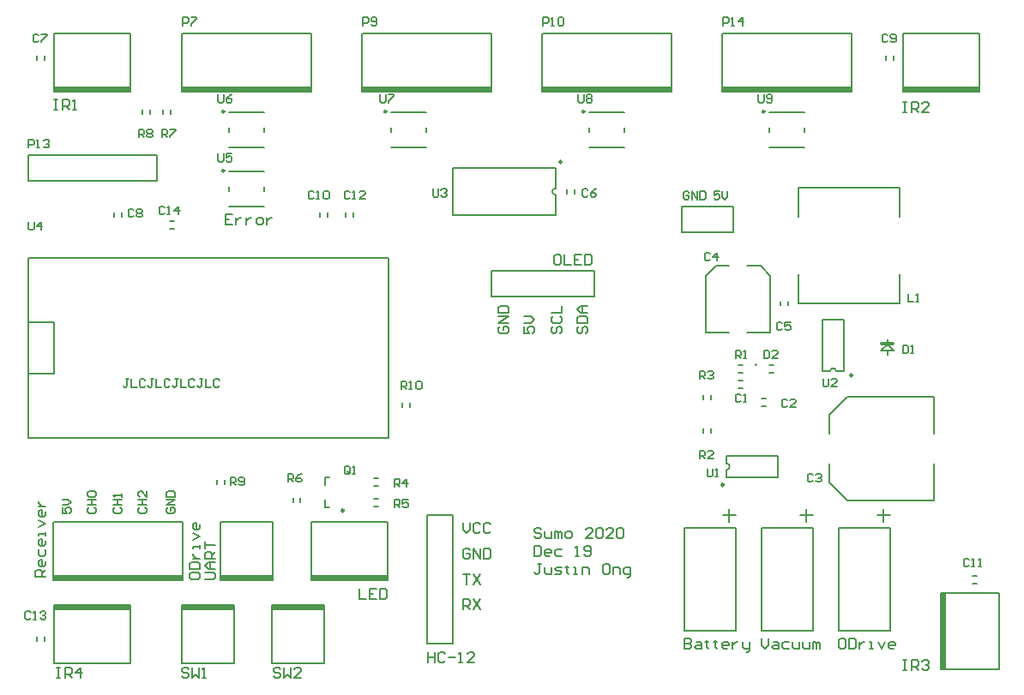
<source format=gto>
G04*
G04 #@! TF.GenerationSoftware,Altium Limited,Altium Designer,18.0.7 (293)*
G04*
G04 Layer_Color=65535*
%FSLAX25Y25*%
%MOIN*%
G70*
G01*
G75*
%ADD10C,0.01000*%
%ADD11C,0.00787*%
%ADD12C,0.00984*%
%ADD13C,0.00598*%
%ADD14C,0.00600*%
%ADD15C,0.01181*%
%ADD16R,0.50079X0.02236*%
%ADD17R,0.20079X0.02236*%
%ADD18R,0.29921X0.02236*%
%ADD19R,0.02236X0.29921*%
D10*
X275500Y77031D02*
G03*
X275500Y77031I-500J0D01*
G01*
X212500Y202579D02*
G03*
X212500Y202579I-500J0D01*
G01*
X287938Y123653D02*
G03*
X287938Y123653I-139J0D01*
G01*
X325500Y119579D02*
G03*
X325500Y119579I-500J0D01*
G01*
X291339Y222165D02*
G03*
X291339Y222165I-394J0D01*
G01*
X221339D02*
G03*
X221339Y222165I-394J0D01*
G01*
X144339D02*
G03*
X144339Y222165I-394J0D01*
G01*
X81339D02*
G03*
X81339Y222165I-394J0D01*
G01*
Y199165D02*
G03*
X81339Y199165I-394J0D01*
G01*
D11*
X276500Y82805D02*
G03*
X276500Y85305I0J1250D01*
G01*
X210000Y192329D02*
G03*
X210000Y189829I0J-1250D01*
G01*
X319226Y121079D02*
G03*
X316726Y121079I-1250J0D01*
G01*
X11378Y16244D02*
Y17819D01*
X8622Y16244D02*
Y17819D01*
X160000Y15079D02*
X170000D01*
X160000D02*
Y65079D01*
X170000Y15079D02*
Y65079D01*
X160000D02*
X170000D01*
X60213Y179457D02*
X61787D01*
X60213Y176701D02*
X61787D01*
X81378Y77339D02*
Y78913D01*
X78622Y77339D02*
Y78913D01*
X150622Y107291D02*
Y108866D01*
X153378Y107291D02*
Y108866D01*
X60378Y221291D02*
Y222866D01*
X57622Y221291D02*
Y222866D01*
X52378Y221291D02*
Y222866D01*
X49622Y221291D02*
Y222866D01*
X131378Y181291D02*
Y182866D01*
X128622Y181291D02*
Y182866D01*
X121378Y181291D02*
Y182866D01*
X118622Y181291D02*
Y182866D01*
X276500Y79764D02*
X296500D01*
Y88346D01*
X276500D02*
X296500D01*
X276500Y85305D02*
Y88346D01*
Y79764D02*
Y82805D01*
X341378Y242291D02*
Y243866D01*
X338622Y242291D02*
Y243866D01*
X120644Y76835D02*
Y79984D01*
X122219D01*
X120644Y68173D02*
Y71323D01*
Y68173D02*
X122219D01*
X108022Y70339D02*
Y71913D01*
X110778Y70339D02*
Y71913D01*
X139565Y68701D02*
X141140D01*
X139565Y71457D02*
X141140D01*
X139565Y76701D02*
X141140D01*
X139565Y79457D02*
X141140D01*
X210000Y192329D02*
Y200390D01*
Y181768D02*
Y189829D01*
X170000Y181768D02*
X210000D01*
X170000D02*
Y200390D01*
X210000D01*
X214622Y190291D02*
Y191866D01*
X217378Y190291D02*
Y191866D01*
X38622Y181244D02*
Y182819D01*
X41378Y181244D02*
Y182819D01*
X8622Y242291D02*
Y243866D01*
X11378Y242291D02*
Y243866D01*
X372213Y41457D02*
X373787D01*
X372213Y38701D02*
X373787D01*
X259000Y175079D02*
X279000D01*
Y185079D01*
X259000D02*
X279000D01*
X259000Y175079D02*
Y185079D01*
X281213Y123457D02*
X282787D01*
X281213Y120701D02*
X282787D01*
X293213Y120701D02*
X294787D01*
X293213Y123457D02*
X294787D01*
X300378Y146791D02*
Y148366D01*
X297622Y146791D02*
Y148366D01*
X322268Y121079D02*
Y141079D01*
X313685D02*
X322268D01*
X313685Y121079D02*
Y141079D01*
Y121079D02*
X316726D01*
X319226D02*
X322268D01*
X267622Y97291D02*
Y98866D01*
X270378Y97291D02*
Y98866D01*
X270378Y110291D02*
Y111866D01*
X267622Y110291D02*
Y111866D01*
X290213Y110457D02*
X291787D01*
X290213Y107701D02*
X291787D01*
X281213Y114701D02*
X282787D01*
X281213Y117457D02*
X282787D01*
X185000Y150079D02*
Y160079D01*
X225000D01*
X185000Y150079D02*
X225000D01*
Y160079D01*
X5000Y195079D02*
Y205079D01*
X55000D01*
X5000Y195079D02*
X55000D01*
Y205079D01*
D12*
X127829Y66992D02*
G03*
X127829Y66992I-492J0D01*
G01*
D13*
X14921Y39843D02*
Y62677D01*
X65000Y39843D02*
Y62677D01*
X99961Y7480D02*
Y30315D01*
X120039Y7480D02*
Y30315D01*
X316528Y96984D02*
Y104268D01*
X115039Y39843D02*
Y62677D01*
X144961Y39843D02*
Y62677D01*
X15039Y7480D02*
Y30315D01*
X44961Y7480D02*
Y30315D01*
X359764Y5118D02*
X382598D01*
X359764Y35039D02*
X382598D01*
X374961Y229842D02*
Y252677D01*
X345039Y229842D02*
Y252677D01*
X44961Y229842D02*
Y252677D01*
X15039Y229842D02*
Y252677D01*
X304614Y181102D02*
Y192717D01*
X343984D01*
X304614Y147441D02*
X343984D01*
Y181102D02*
Y192717D01*
X304614Y147441D02*
Y159055D01*
X343984Y147441D02*
Y159055D01*
X5000Y140079D02*
X15000D01*
Y120079D02*
Y140079D01*
X5000Y120079D02*
X15000D01*
X5000Y95079D02*
X145000D01*
Y165079D01*
X5000D02*
X145000D01*
X5000Y95079D02*
Y165079D01*
X64961Y7480D02*
Y30315D01*
X85039Y7480D02*
Y30315D01*
X115000Y229842D02*
Y252677D01*
X64921Y229842D02*
Y252677D01*
X100039Y39843D02*
Y62677D01*
X79961Y39843D02*
Y62677D01*
X185000Y229842D02*
Y252677D01*
X134921Y229842D02*
Y252677D01*
X255000Y229842D02*
Y252677D01*
X204921Y229842D02*
Y252677D01*
X325000Y229842D02*
Y252677D01*
X274921Y229842D02*
Y252677D01*
X293110Y214291D02*
Y215866D01*
X306890Y214291D02*
Y215866D01*
X293790Y221969D02*
X294000D01*
X293110Y208189D02*
X306890D01*
X293110Y221969D02*
X306890D01*
X223110Y214291D02*
Y215866D01*
X236890Y214291D02*
Y215866D01*
X223790Y221969D02*
X224000D01*
X223110Y208189D02*
X236890D01*
X223110Y221969D02*
X236890D01*
X146110Y214291D02*
Y215866D01*
X159890Y214291D02*
Y215866D01*
X146790Y221969D02*
X147000D01*
X146110Y208189D02*
X159890D01*
X146110Y221969D02*
X159890D01*
X83110Y214291D02*
Y215866D01*
X96890Y214291D02*
Y215866D01*
X83790Y221969D02*
X84000D01*
X83110Y208189D02*
X96890D01*
X83110Y221969D02*
X96890D01*
X83110Y191291D02*
Y192866D01*
X96890Y191291D02*
Y192866D01*
X83790Y198969D02*
X84000D01*
X83110Y185189D02*
X96890D01*
X83110Y198969D02*
X96890D01*
X44133Y118200D02*
X43067D01*
X43600D01*
Y115533D01*
X43067Y115000D01*
X42533D01*
X42000Y115533D01*
X45200Y118200D02*
Y115000D01*
X47333D01*
X50533Y117666D02*
X49999Y118200D01*
X48933D01*
X48399Y117666D01*
Y115533D01*
X48933Y115000D01*
X49999D01*
X50533Y115533D01*
X53732Y118200D02*
X52666D01*
X53199D01*
Y115533D01*
X52666Y115000D01*
X52133D01*
X51599Y115533D01*
X54799Y118200D02*
Y115000D01*
X56932D01*
X60132Y117666D02*
X59599Y118200D01*
X58532D01*
X57999Y117666D01*
Y115533D01*
X58532Y115000D01*
X59599D01*
X60132Y115533D01*
X63332Y118200D02*
X62265D01*
X62798D01*
Y115533D01*
X62265Y115000D01*
X61732D01*
X61199Y115533D01*
X64398Y118200D02*
Y115000D01*
X66531D01*
X69731Y117666D02*
X69198Y118200D01*
X68131D01*
X67598Y117666D01*
Y115533D01*
X68131Y115000D01*
X69198D01*
X69731Y115533D01*
X72931Y118200D02*
X71864D01*
X72398D01*
Y115533D01*
X71864Y115000D01*
X71331D01*
X70798Y115533D01*
X73998Y118200D02*
Y115000D01*
X76131D01*
X79330Y117666D02*
X78797Y118200D01*
X77731D01*
X77197Y117666D01*
Y115533D01*
X77731Y115000D01*
X78797D01*
X79330Y115533D01*
D14*
X15000Y39843D02*
X65000D01*
X15000Y62677D02*
X65000D01*
X99961Y30315D02*
X120039D01*
X99961Y7480D02*
X120039D01*
X340000Y20079D02*
Y60079D01*
X320000Y20079D02*
X340000D01*
X320000D02*
Y60079D01*
X340000D01*
X337500Y65079D02*
X340000D01*
X335000D02*
X337500D01*
Y62579D02*
Y67579D01*
X316528Y104268D02*
X323614Y111354D01*
X357079D01*
Y96984D02*
Y111354D01*
X357079Y70803D02*
Y85173D01*
X323614Y70803D02*
X357079D01*
X316528Y77890D02*
X323614Y70803D01*
X316528Y77890D02*
Y85173D01*
X115039Y62677D02*
X144961D01*
X115039Y39843D02*
X144961D01*
X15039Y30315D02*
X44961D01*
X15039Y7480D02*
X44961D01*
X359764Y5118D02*
Y35039D01*
X382598Y5118D02*
Y35039D01*
X345039Y229842D02*
X374961D01*
X345039Y252677D02*
X374961D01*
X15039Y229842D02*
X44961D01*
X15039Y252677D02*
X44961D01*
X268598Y136138D02*
X277457D01*
X284543D02*
X293402D01*
Y158382D01*
X289661Y162122D02*
X293402Y158382D01*
X284543Y162122D02*
X289661D01*
X268598Y136138D02*
Y158382D01*
X272339Y162122D01*
X277457D01*
X339000Y131957D02*
Y133531D01*
Y127626D02*
Y129201D01*
X336638D02*
X339000D01*
X341362D01*
X336638D02*
X339394Y131957D01*
X339000Y131563D02*
X341362Y129201D01*
X277500Y62579D02*
Y67579D01*
X275000Y65079D02*
X277500D01*
X280000D01*
X260000Y60079D02*
X280000D01*
X260000Y20079D02*
Y60079D01*
Y20079D02*
X280000D01*
Y60079D01*
X307500Y62579D02*
Y67579D01*
X305000Y65079D02*
X307500D01*
X310000D01*
X290000Y60079D02*
X310000D01*
X290000Y20079D02*
Y60079D01*
Y20079D02*
X310000D01*
Y60079D01*
X64961Y30315D02*
X85039D01*
X64961Y7480D02*
X85039D01*
X65000Y252677D02*
X115000D01*
X65000Y229842D02*
X115000D01*
X79961Y39843D02*
X100039D01*
X79961Y62677D02*
X100039D01*
X135000Y252677D02*
X185000D01*
X135000Y229842D02*
X185000D01*
X205000Y252677D02*
X255000D01*
X205000Y229842D02*
X255000D01*
X275000Y252677D02*
X325000D01*
X275000Y229842D02*
X325000D01*
X15000Y226999D02*
X16333D01*
X15666D01*
Y223000D01*
X15000D01*
X16333D01*
X18332D02*
Y226999D01*
X20332D01*
X20998Y226332D01*
Y224999D01*
X20332Y224333D01*
X18332D01*
X19665D02*
X20998Y223000D01*
X22331D02*
X23664D01*
X22997D01*
Y226999D01*
X22331Y226332D01*
X345000Y225999D02*
X346333D01*
X345666D01*
Y222000D01*
X345000D01*
X346333D01*
X348332D02*
Y225999D01*
X350332D01*
X350998Y225332D01*
Y223999D01*
X350332Y223333D01*
X348332D01*
X349665D02*
X350998Y222000D01*
X354997D02*
X352331D01*
X354997Y224666D01*
Y225332D01*
X354330Y225999D01*
X352997D01*
X352331Y225332D01*
X345000Y8999D02*
X346333D01*
X345666D01*
Y5000D01*
X345000D01*
X346333D01*
X348332D02*
Y8999D01*
X350332D01*
X350998Y8332D01*
Y6999D01*
X350332Y6333D01*
X348332D01*
X349665D02*
X350998Y5000D01*
X352331Y8332D02*
X352997Y8999D01*
X354330D01*
X354997Y8332D01*
Y7666D01*
X354330Y6999D01*
X353664D01*
X354330D01*
X354997Y6333D01*
Y5666D01*
X354330Y5000D01*
X352997D01*
X352331Y5666D01*
X204437Y46321D02*
X203105D01*
X203771D01*
Y42989D01*
X203105Y42323D01*
X202438D01*
X201772Y42989D01*
X205770Y44989D02*
Y42989D01*
X206437Y42323D01*
X208436D01*
Y44989D01*
X209769Y42323D02*
X211768D01*
X212435Y42989D01*
X211768Y43656D01*
X210436D01*
X209769Y44322D01*
X210436Y44989D01*
X212435D01*
X214434Y45655D02*
Y44989D01*
X213768D01*
X215101D01*
X214434D01*
Y42989D01*
X215101Y42323D01*
X217100D02*
X218433D01*
X217766D01*
Y44989D01*
X217100D01*
X220432Y42323D02*
Y44989D01*
X222432D01*
X223098Y44322D01*
Y42323D01*
X230429Y46321D02*
X229096D01*
X228430Y45655D01*
Y42989D01*
X229096Y42323D01*
X230429D01*
X231096Y42989D01*
Y45655D01*
X230429Y46321D01*
X232428Y42323D02*
Y44989D01*
X234428D01*
X235094Y44322D01*
Y42323D01*
X237760Y40990D02*
X238426D01*
X239093Y41656D01*
Y44989D01*
X237094D01*
X236427Y44322D01*
Y42989D01*
X237094Y42323D01*
X239093D01*
X201772Y53211D02*
Y49213D01*
X203771D01*
X204437Y49879D01*
Y52545D01*
X203771Y53211D01*
X201772D01*
X207770Y49213D02*
X206437D01*
X205770Y49879D01*
Y51212D01*
X206437Y51878D01*
X207770D01*
X208436Y51212D01*
Y50546D01*
X205770D01*
X212435Y51878D02*
X210436D01*
X209769Y51212D01*
Y49879D01*
X210436Y49213D01*
X212435D01*
X217766D02*
X219099D01*
X218433D01*
Y53211D01*
X217766Y52545D01*
X221099Y49879D02*
X221765Y49213D01*
X223098D01*
X223765Y49879D01*
Y52545D01*
X223098Y53211D01*
X221765D01*
X221099Y52545D01*
Y51878D01*
X221765Y51212D01*
X223765D01*
X204437Y59435D02*
X203771Y60101D01*
X202438D01*
X201772Y59435D01*
Y58768D01*
X202438Y58102D01*
X203771D01*
X204437Y57435D01*
Y56769D01*
X203771Y56102D01*
X202438D01*
X201772Y56769D01*
X205770Y58768D02*
Y56769D01*
X206437Y56102D01*
X208436D01*
Y58768D01*
X209769Y56102D02*
Y58768D01*
X210436D01*
X211102Y58102D01*
Y56102D01*
Y58102D01*
X211768Y58768D01*
X212435Y58102D01*
Y56102D01*
X214434D02*
X215767D01*
X216434Y56769D01*
Y58102D01*
X215767Y58768D01*
X214434D01*
X213768Y58102D01*
Y56769D01*
X214434Y56102D01*
X224431D02*
X221765D01*
X224431Y58768D01*
Y59435D01*
X223765Y60101D01*
X222432D01*
X221765Y59435D01*
X225764D02*
X226430Y60101D01*
X227763D01*
X228430Y59435D01*
Y56769D01*
X227763Y56102D01*
X226430D01*
X225764Y56769D01*
Y59435D01*
X232428Y56102D02*
X229763D01*
X232428Y58768D01*
Y59435D01*
X231762Y60101D01*
X230429D01*
X229763Y59435D01*
X233761D02*
X234428Y60101D01*
X235761D01*
X236427Y59435D01*
Y56769D01*
X235761Y56102D01*
X234428D01*
X233761Y56769D01*
Y59435D01*
X84359Y182148D02*
X81693D01*
Y178150D01*
X84359D01*
X81693Y180149D02*
X83026D01*
X85692Y180815D02*
Y178150D01*
Y179482D01*
X86358Y180149D01*
X87024Y180815D01*
X87691D01*
X89690D02*
Y178150D01*
Y179482D01*
X90357Y180149D01*
X91023Y180815D01*
X91690D01*
X94355Y178150D02*
X95688D01*
X96355Y178816D01*
Y180149D01*
X95688Y180815D01*
X94355D01*
X93689Y180149D01*
Y178816D01*
X94355Y178150D01*
X97688Y180815D02*
Y178150D01*
Y179482D01*
X98354Y180149D01*
X99021Y180815D01*
X99687D01*
X211645Y166400D02*
X210312D01*
X209646Y165734D01*
Y163068D01*
X210312Y162402D01*
X211645D01*
X212312Y163068D01*
Y165734D01*
X211645Y166400D01*
X213644D02*
Y162402D01*
X216310D01*
X220309Y166400D02*
X217643D01*
Y162402D01*
X220309D01*
X217643Y164401D02*
X218976D01*
X221642Y166400D02*
Y162402D01*
X223641D01*
X224308Y163068D01*
Y165734D01*
X223641Y166400D01*
X221642D01*
X219109Y138493D02*
X218442Y137826D01*
Y136493D01*
X219109Y135827D01*
X219775D01*
X220442Y136493D01*
Y137826D01*
X221108Y138493D01*
X221775D01*
X222441Y137826D01*
Y136493D01*
X221775Y135827D01*
X218442Y139825D02*
X222441D01*
Y141825D01*
X221775Y142491D01*
X219109D01*
X218442Y141825D01*
Y139825D01*
X222441Y143824D02*
X219775D01*
X218442Y145157D01*
X219775Y146490D01*
X222441D01*
X220442D01*
Y143824D01*
X209266Y138493D02*
X208600Y137826D01*
Y136493D01*
X209266Y135827D01*
X209933D01*
X210599Y136493D01*
Y137826D01*
X211265Y138493D01*
X211932D01*
X212598Y137826D01*
Y136493D01*
X211932Y135827D01*
X209266Y142491D02*
X208600Y141825D01*
Y140492D01*
X209266Y139825D01*
X211932D01*
X212598Y140492D01*
Y141825D01*
X211932Y142491D01*
X208600Y143824D02*
X212598D01*
Y146490D01*
X197773Y138493D02*
Y135827D01*
X199772D01*
X199106Y137160D01*
Y137826D01*
X199772Y138493D01*
X201105D01*
X201772Y137826D01*
Y136493D01*
X201105Y135827D01*
X197773Y139825D02*
X200439D01*
X201772Y141158D01*
X200439Y142491D01*
X197773D01*
X188597Y138493D02*
X187930Y137826D01*
Y136493D01*
X188597Y135827D01*
X191263D01*
X191929Y136493D01*
Y137826D01*
X191263Y138493D01*
X189930D01*
Y137160D01*
X191929Y139825D02*
X187930D01*
X191929Y142491D01*
X187930D01*
Y143824D02*
X191929D01*
Y145824D01*
X191263Y146490D01*
X188597D01*
X187930Y145824D01*
Y143824D01*
X174213Y28543D02*
Y32542D01*
X176212D01*
X176878Y31876D01*
Y30543D01*
X176212Y29876D01*
X174213D01*
X175546D02*
X176878Y28543D01*
X178211Y32542D02*
X180877Y28543D01*
Y32542D02*
X178211Y28543D01*
X174213Y42384D02*
X176878D01*
X175546D01*
Y38386D01*
X178211Y42384D02*
X180877Y38386D01*
Y42384D02*
X178211Y38386D01*
X176878Y51561D02*
X176212Y52227D01*
X174879D01*
X174213Y51561D01*
Y48895D01*
X174879Y48228D01*
X176212D01*
X176878Y48895D01*
Y50228D01*
X175546D01*
X178211Y48228D02*
Y52227D01*
X180877Y48228D01*
Y52227D01*
X182210D02*
Y48228D01*
X184209D01*
X184876Y48895D01*
Y51561D01*
X184209Y52227D01*
X182210D01*
X174213Y62070D02*
Y59404D01*
X175546Y58071D01*
X176878Y59404D01*
Y62070D01*
X180877Y61403D02*
X180211Y62070D01*
X178878D01*
X178211Y61403D01*
Y58737D01*
X178878Y58071D01*
X180211D01*
X180877Y58737D01*
X184876Y61403D02*
X184209Y62070D01*
X182877D01*
X182210Y61403D01*
Y58737D01*
X182877Y58071D01*
X184209D01*
X184876Y58737D01*
X160433Y11873D02*
Y7874D01*
Y9873D01*
X163099D01*
Y11873D01*
Y7874D01*
X167098Y11206D02*
X166431Y11873D01*
X165098D01*
X164432Y11206D01*
Y8540D01*
X165098Y7874D01*
X166431D01*
X167098Y8540D01*
X168430Y9873D02*
X171096D01*
X172429Y7874D02*
X173762D01*
X173096D01*
Y11873D01*
X172429Y11206D01*
X178427Y7874D02*
X175761D01*
X178427Y10540D01*
Y11206D01*
X177761Y11873D01*
X176428D01*
X175761Y11206D01*
X133858Y36479D02*
Y32480D01*
X136524D01*
X140523Y36479D02*
X137857D01*
Y32480D01*
X140523D01*
X137857Y34480D02*
X139190D01*
X141856Y36479D02*
Y32480D01*
X143855D01*
X144521Y33147D01*
Y35813D01*
X143855Y36479D01*
X141856D01*
X73757Y40354D02*
X77090D01*
X77756Y41021D01*
Y42354D01*
X77090Y43020D01*
X73757D01*
X77756Y44353D02*
X75090D01*
X73757Y45686D01*
X75090Y47019D01*
X77756D01*
X75757D01*
Y44353D01*
X77756Y48352D02*
X73757D01*
Y50351D01*
X74424Y51017D01*
X75757D01*
X76423Y50351D01*
Y48352D01*
Y49685D02*
X77756Y51017D01*
X73757Y52350D02*
Y55016D01*
Y53683D01*
X77756D01*
X67852Y42354D02*
Y41021D01*
X68518Y40354D01*
X71184D01*
X71850Y41021D01*
Y42354D01*
X71184Y43020D01*
X68518D01*
X67852Y42354D01*
Y44353D02*
X71850D01*
Y46352D01*
X71184Y47019D01*
X68518D01*
X67852Y46352D01*
Y44353D01*
X69185Y48352D02*
X71850D01*
X70517D01*
X69851Y49018D01*
X69185Y49685D01*
Y50351D01*
X71850Y52350D02*
Y53683D01*
Y53017D01*
X69185D01*
Y52350D01*
Y55683D02*
X71850Y57016D01*
X69185Y58349D01*
X71850Y61681D02*
Y60348D01*
X71184Y59681D01*
X69851D01*
X69185Y60348D01*
Y61681D01*
X69851Y62347D01*
X70517D01*
Y59681D01*
X103059Y5301D02*
X102393Y5967D01*
X101060D01*
X100394Y5301D01*
Y4634D01*
X101060Y3968D01*
X102393D01*
X103059Y3301D01*
Y2635D01*
X102393Y1969D01*
X101060D01*
X100394Y2635D01*
X104392Y5967D02*
Y1969D01*
X105725Y3301D01*
X107058Y1969D01*
Y5967D01*
X111057Y1969D02*
X108391D01*
X111057Y4634D01*
Y5301D01*
X110390Y5967D01*
X109058D01*
X108391Y5301D01*
X67626D02*
X66960Y5967D01*
X65627D01*
X64961Y5301D01*
Y4634D01*
X65627Y3968D01*
X66960D01*
X67626Y3301D01*
Y2635D01*
X66960Y1969D01*
X65627D01*
X64961Y2635D01*
X68959Y5967D02*
Y1969D01*
X70292Y3301D01*
X71625Y1969D01*
Y5967D01*
X72958Y1969D02*
X74291D01*
X73624D01*
Y5967D01*
X72958Y5301D01*
X16000Y5999D02*
X17333D01*
X16667D01*
Y2000D01*
X16000D01*
X17333D01*
X19332D02*
Y5999D01*
X21332D01*
X21998Y5332D01*
Y3999D01*
X21332Y3333D01*
X19332D01*
X20665D02*
X21998Y2000D01*
X25330D02*
Y5999D01*
X23331Y3999D01*
X25997D01*
X11811Y41339D02*
X7812D01*
Y43338D01*
X8479Y44004D01*
X9812D01*
X10478Y43338D01*
Y41339D01*
Y42671D02*
X11811Y44004D01*
Y47337D02*
Y46004D01*
X11145Y45337D01*
X9812D01*
X9145Y46004D01*
Y47337D01*
X9812Y48003D01*
X10478D01*
Y45337D01*
X9145Y52002D02*
Y50002D01*
X9812Y49336D01*
X11145D01*
X11811Y50002D01*
Y52002D01*
Y55334D02*
Y54001D01*
X11145Y53335D01*
X9812D01*
X9145Y54001D01*
Y55334D01*
X9812Y56001D01*
X10478D01*
Y53335D01*
X11811Y57333D02*
Y58666D01*
Y58000D01*
X9145D01*
Y57333D01*
Y60666D02*
X11811Y61999D01*
X9145Y63332D01*
X11811Y66664D02*
Y65331D01*
X11145Y64664D01*
X9812D01*
X9145Y65331D01*
Y66664D01*
X9812Y67330D01*
X10478D01*
Y64664D01*
X9145Y68663D02*
X11811D01*
X10478D01*
X9812Y69330D01*
X9145Y69996D01*
Y70662D01*
X18455Y68077D02*
Y65945D01*
X20054D01*
X19521Y67011D01*
Y67544D01*
X20054Y68077D01*
X21120D01*
X21654Y67544D01*
Y66478D01*
X21120Y65945D01*
X18455Y69144D02*
X20587D01*
X21654Y70210D01*
X20587Y71276D01*
X18455D01*
X28830Y68077D02*
X28297Y67544D01*
Y66478D01*
X28830Y65945D01*
X30963D01*
X31496Y66478D01*
Y67544D01*
X30963Y68077D01*
X28297Y69144D02*
X31496D01*
X29897D01*
Y71276D01*
X28297D01*
X31496D01*
X28830Y72343D02*
X28297Y72876D01*
Y73942D01*
X28830Y74476D01*
X30963D01*
X31496Y73942D01*
Y72876D01*
X30963Y72343D01*
X28830D01*
X38673Y68077D02*
X38140Y67544D01*
Y66478D01*
X38673Y65945D01*
X40805D01*
X41339Y66478D01*
Y67544D01*
X40805Y68077D01*
X38140Y69144D02*
X41339D01*
X39739D01*
Y71276D01*
X38140D01*
X41339D01*
Y72343D02*
Y73409D01*
Y72876D01*
X38140D01*
X38673Y72343D01*
X48515Y68077D02*
X47982Y67544D01*
Y66478D01*
X48515Y65945D01*
X50648D01*
X51181Y66478D01*
Y67544D01*
X50648Y68077D01*
X47982Y69144D02*
X51181D01*
X49582D01*
Y71276D01*
X47982D01*
X51181D01*
Y74476D02*
Y72343D01*
X49049Y74476D01*
X48515D01*
X47982Y73942D01*
Y72876D01*
X48515Y72343D01*
X59342Y68077D02*
X58809Y67544D01*
Y66478D01*
X59342Y65945D01*
X61475D01*
X62008Y66478D01*
Y67544D01*
X61475Y68077D01*
X60408D01*
Y67011D01*
X62008Y69144D02*
X58809D01*
X62008Y71276D01*
X58809D01*
Y72343D02*
X62008D01*
Y73942D01*
X61475Y74476D01*
X59342D01*
X58809Y73942D01*
Y72343D01*
X261975Y190658D02*
X261442Y191191D01*
X260376D01*
X259842Y190658D01*
Y188525D01*
X260376Y187992D01*
X261442D01*
X261975Y188525D01*
Y189592D01*
X260909D01*
X263041Y187992D02*
Y191191D01*
X265174Y187992D01*
Y191191D01*
X266241D02*
Y187992D01*
X267840D01*
X268373Y188525D01*
Y190658D01*
X267840Y191191D01*
X266241D01*
X273786D02*
X271654D01*
Y189592D01*
X272720Y190125D01*
X273253D01*
X273786Y189592D01*
Y188525D01*
X273253Y187992D01*
X272187D01*
X271654Y188525D01*
X274852Y191191D02*
Y189058D01*
X275919Y187992D01*
X276985Y189058D01*
Y191191D01*
X83661Y76772D02*
Y79971D01*
X85261D01*
X85794Y79438D01*
Y78371D01*
X85261Y77838D01*
X83661D01*
X84728D02*
X85794Y76772D01*
X86860Y77305D02*
X87394Y76772D01*
X88460D01*
X88993Y77305D01*
Y79438D01*
X88460Y79971D01*
X87394D01*
X86860Y79438D01*
Y78904D01*
X87394Y78371D01*
X88993D01*
X150000Y114079D02*
Y117278D01*
X151600D01*
X152133Y116744D01*
Y115678D01*
X151600Y115145D01*
X150000D01*
X151066D02*
X152133Y114079D01*
X153199D02*
X154265D01*
X153732D01*
Y117278D01*
X153199Y116744D01*
X155865D02*
X156398Y117278D01*
X157464D01*
X157997Y116744D01*
Y114612D01*
X157464Y114079D01*
X156398D01*
X155865Y114612D01*
Y116744D01*
X46133Y183745D02*
X45599Y184278D01*
X44533D01*
X44000Y183745D01*
Y181612D01*
X44533Y181079D01*
X45599D01*
X46133Y181612D01*
X47199Y183745D02*
X47732Y184278D01*
X48798D01*
X49332Y183745D01*
Y183211D01*
X48798Y182678D01*
X49332Y182145D01*
Y181612D01*
X48798Y181079D01*
X47732D01*
X47199Y181612D01*
Y182145D01*
X47732Y182678D01*
X47199Y183211D01*
Y183745D01*
X47732Y182678D02*
X48798D01*
X116133Y190744D02*
X115600Y191278D01*
X114533D01*
X114000Y190744D01*
Y188612D01*
X114533Y188079D01*
X115600D01*
X116133Y188612D01*
X117199Y188079D02*
X118265D01*
X117732D01*
Y191278D01*
X117199Y190744D01*
X119865D02*
X120398Y191278D01*
X121464D01*
X121997Y190744D01*
Y188612D01*
X121464Y188079D01*
X120398D01*
X119865Y188612D01*
Y190744D01*
X339133Y251745D02*
X338599Y252278D01*
X337533D01*
X337000Y251745D01*
Y249612D01*
X337533Y249079D01*
X338599D01*
X339133Y249612D01*
X340199D02*
X340732Y249079D01*
X341798D01*
X342332Y249612D01*
Y251745D01*
X341798Y252278D01*
X340732D01*
X340199Y251745D01*
Y251211D01*
X340732Y250678D01*
X342332D01*
X130133Y190744D02*
X129599Y191278D01*
X128533D01*
X128000Y190744D01*
Y188612D01*
X128533Y188079D01*
X129599D01*
X130133Y188612D01*
X131199Y188079D02*
X132265D01*
X131732D01*
Y191278D01*
X131199Y190744D01*
X135997Y188079D02*
X133865D01*
X135997Y190211D01*
Y190744D01*
X135464Y191278D01*
X134398D01*
X133865Y190744D01*
X9133Y251745D02*
X8600Y252278D01*
X7533D01*
X7000Y251745D01*
Y249612D01*
X7533Y249079D01*
X8600D01*
X9133Y249612D01*
X10199Y252278D02*
X12332D01*
Y251745D01*
X10199Y249612D01*
Y249079D01*
X6070Y27272D02*
X5536Y27805D01*
X4470D01*
X3937Y27272D01*
Y25139D01*
X4470Y24606D01*
X5536D01*
X6070Y25139D01*
X7136Y24606D02*
X8202D01*
X7669D01*
Y27805D01*
X7136Y27272D01*
X9802D02*
X10335Y27805D01*
X11401D01*
X11934Y27272D01*
Y26739D01*
X11401Y26206D01*
X10868D01*
X11401D01*
X11934Y25673D01*
Y25139D01*
X11401Y24606D01*
X10335D01*
X9802Y25139D01*
X370833Y47745D02*
X370300Y48278D01*
X369233D01*
X368700Y47745D01*
Y45612D01*
X369233Y45079D01*
X370300D01*
X370833Y45612D01*
X371899Y45079D02*
X372965D01*
X372432D01*
Y48278D01*
X371899Y47745D01*
X374565Y45079D02*
X375631D01*
X375098D01*
Y48278D01*
X374565Y47745D01*
X58133Y184745D02*
X57600Y185278D01*
X56533D01*
X56000Y184745D01*
Y182612D01*
X56533Y182079D01*
X57600D01*
X58133Y182612D01*
X59199Y182079D02*
X60265D01*
X59732D01*
Y185278D01*
X59199Y184745D01*
X63464Y182079D02*
Y185278D01*
X61865Y183678D01*
X63997D01*
X310133Y80744D02*
X309599Y81278D01*
X308533D01*
X308000Y80744D01*
Y78612D01*
X308533Y78079D01*
X309599D01*
X310133Y78612D01*
X311199Y80744D02*
X311732Y81278D01*
X312799D01*
X313332Y80744D01*
Y80211D01*
X312799Y79678D01*
X312265D01*
X312799D01*
X313332Y79145D01*
Y78612D01*
X312799Y78079D01*
X311732D01*
X311199Y78612D01*
X269000Y83278D02*
Y80612D01*
X269533Y80079D01*
X270600D01*
X271133Y80612D01*
Y83278D01*
X272199Y80079D02*
X273265D01*
X272732D01*
Y83278D01*
X272199Y82744D01*
X5300Y179278D02*
Y176612D01*
X5833Y176079D01*
X6899D01*
X7433Y176612D01*
Y179278D01*
X10098Y176079D02*
Y179278D01*
X8499Y177678D01*
X10632D01*
X162402Y192175D02*
Y189509D01*
X162935Y188976D01*
X164001D01*
X164534Y189509D01*
Y192175D01*
X165601Y191642D02*
X166134Y192175D01*
X167200D01*
X167733Y191642D01*
Y191109D01*
X167200Y190576D01*
X166667D01*
X167200D01*
X167733Y190043D01*
Y189509D01*
X167200Y188976D01*
X166134D01*
X165601Y189509D01*
X288900Y228878D02*
Y226212D01*
X289433Y225679D01*
X290499D01*
X291033Y226212D01*
Y228878D01*
X292099Y226212D02*
X292632Y225679D01*
X293699D01*
X294232Y226212D01*
Y228344D01*
X293699Y228878D01*
X292632D01*
X292099Y228344D01*
Y227811D01*
X292632Y227278D01*
X294232D01*
X218900Y228878D02*
Y226212D01*
X219433Y225679D01*
X220499D01*
X221033Y226212D01*
Y228878D01*
X222099Y228344D02*
X222632Y228878D01*
X223698D01*
X224232Y228344D01*
Y227811D01*
X223698Y227278D01*
X224232Y226745D01*
Y226212D01*
X223698Y225679D01*
X222632D01*
X222099Y226212D01*
Y226745D01*
X222632Y227278D01*
X222099Y227811D01*
Y228344D01*
X222632Y227278D02*
X223698D01*
X141900Y228878D02*
Y226212D01*
X142433Y225679D01*
X143500D01*
X144033Y226212D01*
Y228878D01*
X145099D02*
X147232D01*
Y228344D01*
X145099Y226212D01*
Y225679D01*
X78900Y228878D02*
Y226212D01*
X79433Y225679D01*
X80500D01*
X81033Y226212D01*
Y228878D01*
X84232D02*
X83165Y228344D01*
X82099Y227278D01*
Y226212D01*
X82632Y225679D01*
X83698D01*
X84232Y226212D01*
Y226745D01*
X83698Y227278D01*
X82099D01*
X78900Y205878D02*
Y203212D01*
X79433Y202679D01*
X80500D01*
X81033Y203212D01*
Y205878D01*
X84232D02*
X82099D01*
Y204278D01*
X83165Y204811D01*
X83698D01*
X84232Y204278D01*
Y203212D01*
X83698Y202679D01*
X82632D01*
X82099Y203212D01*
X314000Y118278D02*
Y115612D01*
X314533Y115079D01*
X315599D01*
X316133Y115612D01*
Y118278D01*
X319332Y115079D02*
X317199D01*
X319332Y117211D01*
Y117745D01*
X318798Y118278D01*
X317732D01*
X317199Y117745D01*
X48000Y212079D02*
Y215278D01*
X49599D01*
X50133Y214744D01*
Y213678D01*
X49599Y213145D01*
X48000D01*
X49066D02*
X50133Y212079D01*
X51199Y214744D02*
X51732Y215278D01*
X52798D01*
X53332Y214744D01*
Y214211D01*
X52798Y213678D01*
X53332Y213145D01*
Y212612D01*
X52798Y212079D01*
X51732D01*
X51199Y212612D01*
Y213145D01*
X51732Y213678D01*
X51199Y214211D01*
Y214744D01*
X51732Y213678D02*
X52798D01*
X57000Y212079D02*
Y215278D01*
X58600D01*
X59133Y214744D01*
Y213678D01*
X58600Y213145D01*
X57000D01*
X58066D02*
X59133Y212079D01*
X60199Y215278D02*
X62332D01*
Y214744D01*
X60199Y212612D01*
Y212079D01*
X106000Y78079D02*
Y81278D01*
X107599D01*
X108133Y80744D01*
Y79678D01*
X107599Y79145D01*
X106000D01*
X107066D02*
X108133Y78079D01*
X111332Y81278D02*
X110265Y80744D01*
X109199Y79678D01*
Y78612D01*
X109732Y78079D01*
X110799D01*
X111332Y78612D01*
Y79145D01*
X110799Y79678D01*
X109199D01*
X147400Y68079D02*
Y71278D01*
X149000D01*
X149533Y70745D01*
Y69678D01*
X149000Y69145D01*
X147400D01*
X148466D02*
X149533Y68079D01*
X152732Y71278D02*
X150599D01*
Y69678D01*
X151665Y70211D01*
X152198D01*
X152732Y69678D01*
Y68612D01*
X152198Y68079D01*
X151132D01*
X150599Y68612D01*
X147400Y76079D02*
Y79278D01*
X149000D01*
X149533Y78745D01*
Y77678D01*
X149000Y77145D01*
X147400D01*
X148466D02*
X149533Y76079D01*
X152198D02*
Y79278D01*
X150599Y77678D01*
X152732D01*
X266000Y118079D02*
Y121278D01*
X267600D01*
X268133Y120745D01*
Y119678D01*
X267600Y119145D01*
X266000D01*
X267066D02*
X268133Y118079D01*
X269199Y120745D02*
X269732Y121278D01*
X270798D01*
X271332Y120745D01*
Y120211D01*
X270798Y119678D01*
X270265D01*
X270798D01*
X271332Y119145D01*
Y118612D01*
X270798Y118079D01*
X269732D01*
X269199Y118612D01*
X266000Y87079D02*
Y90278D01*
X267600D01*
X268133Y89745D01*
Y88678D01*
X267600Y88145D01*
X266000D01*
X267066D02*
X268133Y87079D01*
X271332D02*
X269199D01*
X271332Y89211D01*
Y89745D01*
X270798Y90278D01*
X269732D01*
X269199Y89745D01*
X280000Y126079D02*
Y129278D01*
X281599D01*
X282133Y128744D01*
Y127678D01*
X281599Y127145D01*
X280000D01*
X281066D02*
X282133Y126079D01*
X283199D02*
X284265D01*
X283732D01*
Y129278D01*
X283199Y128744D01*
X130133Y81612D02*
Y83745D01*
X129599Y84278D01*
X128533D01*
X128000Y83745D01*
Y81612D01*
X128533Y81079D01*
X129599D01*
X129066Y82145D02*
X130133Y81079D01*
X129599D02*
X130133Y81612D01*
X131199Y81079D02*
X132265D01*
X131732D01*
Y84278D01*
X131199Y83745D01*
X275200Y255579D02*
Y258778D01*
X276800D01*
X277333Y258244D01*
Y257178D01*
X276800Y256645D01*
X275200D01*
X278399Y255579D02*
X279465D01*
X278932D01*
Y258778D01*
X278399Y258244D01*
X282664Y255579D02*
Y258778D01*
X281065Y257178D01*
X283197D01*
X5200Y208079D02*
Y211278D01*
X6799D01*
X7333Y210745D01*
Y209678D01*
X6799Y209145D01*
X5200D01*
X8399Y208079D02*
X9465D01*
X8932D01*
Y211278D01*
X8399Y210745D01*
X11065D02*
X11598Y211278D01*
X12664D01*
X13197Y210745D01*
Y210211D01*
X12664Y209678D01*
X12131D01*
X12664D01*
X13197Y209145D01*
Y208612D01*
X12664Y208079D01*
X11598D01*
X11065Y208612D01*
X205200Y255579D02*
Y258778D01*
X206800D01*
X207333Y258244D01*
Y257178D01*
X206800Y256645D01*
X205200D01*
X208399Y255579D02*
X209465D01*
X208932D01*
Y258778D01*
X208399Y258244D01*
X211065D02*
X211598Y258778D01*
X212664D01*
X213197Y258244D01*
Y256112D01*
X212664Y255579D01*
X211598D01*
X211065Y256112D01*
Y258244D01*
X135200Y255579D02*
Y258778D01*
X136800D01*
X137333Y258244D01*
Y257178D01*
X136800Y256645D01*
X135200D01*
X138399Y256112D02*
X138932Y255579D01*
X139998D01*
X140532Y256112D01*
Y258244D01*
X139998Y258778D01*
X138932D01*
X138399Y258244D01*
Y257711D01*
X138932Y257178D01*
X140532D01*
X65200Y255579D02*
Y258778D01*
X66799D01*
X67333Y258244D01*
Y257178D01*
X66799Y256645D01*
X65200D01*
X68399Y258778D02*
X70532D01*
Y258244D01*
X68399Y256112D01*
Y255579D01*
X290300Y17177D02*
Y14512D01*
X291633Y13179D01*
X292966Y14512D01*
Y17177D01*
X294965Y15845D02*
X296298D01*
X296965Y15178D01*
Y13179D01*
X294965D01*
X294299Y13845D01*
X294965Y14512D01*
X296965D01*
X300963Y15845D02*
X298964D01*
X298297Y15178D01*
Y13845D01*
X298964Y13179D01*
X300963D01*
X302296Y15845D02*
Y13845D01*
X302963Y13179D01*
X304962D01*
Y15845D01*
X306295D02*
Y13845D01*
X306961Y13179D01*
X308961D01*
Y15845D01*
X310294Y13179D02*
Y15845D01*
X310960D01*
X311627Y15178D01*
Y13179D01*
Y15178D01*
X312293Y15845D01*
X312959Y15178D01*
Y13179D01*
X322299Y17177D02*
X320966D01*
X320300Y16511D01*
Y13845D01*
X320966Y13179D01*
X322299D01*
X322966Y13845D01*
Y16511D01*
X322299Y17177D01*
X324299D02*
Y13179D01*
X326298D01*
X326964Y13845D01*
Y16511D01*
X326298Y17177D01*
X324299D01*
X328297Y15845D02*
Y13179D01*
Y14512D01*
X328964Y15178D01*
X329630Y15845D01*
X330297D01*
X332296Y13179D02*
X333629D01*
X332963D01*
Y15845D01*
X332296D01*
X335628D02*
X336961Y13179D01*
X338294Y15845D01*
X341627Y13179D02*
X340294D01*
X339627Y13845D01*
Y15178D01*
X340294Y15845D01*
X341627D01*
X342293Y15178D01*
Y14512D01*
X339627D01*
X260300Y17177D02*
Y13179D01*
X262299D01*
X262966Y13845D01*
Y14512D01*
X262299Y15178D01*
X260300D01*
X262299D01*
X262966Y15845D01*
Y16511D01*
X262299Y17177D01*
X260300D01*
X264965Y15845D02*
X266298D01*
X266965Y15178D01*
Y13179D01*
X264965D01*
X264299Y13845D01*
X264965Y14512D01*
X266965D01*
X268964Y16511D02*
Y15845D01*
X268297D01*
X269630D01*
X268964D01*
Y13845D01*
X269630Y13179D01*
X272296Y16511D02*
Y15845D01*
X271630D01*
X272963D01*
X272296D01*
Y13845D01*
X272963Y13179D01*
X276961D02*
X275628D01*
X274962Y13845D01*
Y15178D01*
X275628Y15845D01*
X276961D01*
X277628Y15178D01*
Y14512D01*
X274962D01*
X278961Y15845D02*
Y13179D01*
Y14512D01*
X279627Y15178D01*
X280294Y15845D01*
X280960D01*
X282959D02*
Y13845D01*
X283626Y13179D01*
X285625D01*
Y12512D01*
X284959Y11846D01*
X284292D01*
X285625Y13179D02*
Y15845D01*
X347000Y151278D02*
Y148079D01*
X349133D01*
X350199D02*
X351265D01*
X350732D01*
Y151278D01*
X350199Y150744D01*
X291000Y129278D02*
Y126079D01*
X292600D01*
X293133Y126612D01*
Y128744D01*
X292600Y129278D01*
X291000D01*
X296332Y126079D02*
X294199D01*
X296332Y128211D01*
Y128744D01*
X295798Y129278D01*
X294732D01*
X294199Y128744D01*
X345000Y131278D02*
Y128079D01*
X346600D01*
X347133Y128612D01*
Y130745D01*
X346600Y131278D01*
X345000D01*
X348199Y128079D02*
X349265D01*
X348732D01*
Y131278D01*
X348199Y130745D01*
X222605Y191642D02*
X222072Y192175D01*
X221006D01*
X220472Y191642D01*
Y189509D01*
X221006Y188976D01*
X222072D01*
X222605Y189509D01*
X225804Y192175D02*
X224738Y191642D01*
X223671Y190576D01*
Y189509D01*
X224205Y188976D01*
X225271D01*
X225804Y189509D01*
Y190043D01*
X225271Y190576D01*
X223671D01*
X298133Y139744D02*
X297600Y140278D01*
X296533D01*
X296000Y139744D01*
Y137612D01*
X296533Y137079D01*
X297600D01*
X298133Y137612D01*
X301332Y140278D02*
X299199D01*
Y138678D01*
X300265Y139211D01*
X300799D01*
X301332Y138678D01*
Y137612D01*
X300799Y137079D01*
X299732D01*
X299199Y137612D01*
X270133Y166744D02*
X269600Y167278D01*
X268533D01*
X268000Y166744D01*
Y164612D01*
X268533Y164079D01*
X269600D01*
X270133Y164612D01*
X272798Y164079D02*
Y167278D01*
X271199Y165678D01*
X273332D01*
X300133Y109745D02*
X299600Y110278D01*
X298533D01*
X298000Y109745D01*
Y107612D01*
X298533Y107079D01*
X299600D01*
X300133Y107612D01*
X303332Y107079D02*
X301199D01*
X303332Y109211D01*
Y109745D01*
X302799Y110278D01*
X301732D01*
X301199Y109745D01*
X282133Y111744D02*
X281599Y112278D01*
X280533D01*
X280000Y111744D01*
Y109612D01*
X280533Y109079D01*
X281599D01*
X282133Y109612D01*
X283199Y109079D02*
X284265D01*
X283732D01*
Y112278D01*
X283199Y111744D01*
D15*
X339394Y131957D02*
X341165D01*
X336835D02*
X339000D01*
D16*
X39961Y40961D02*
D03*
X89961Y230961D02*
D03*
X159961D02*
D03*
X229961D02*
D03*
X299961D02*
D03*
D17*
X110000Y29197D02*
D03*
X75000D02*
D03*
X90000Y40961D02*
D03*
D18*
X130000Y40961D02*
D03*
X30000Y29197D02*
D03*
X360000Y230961D02*
D03*
X30000Y230961D02*
D03*
D19*
X360882Y20079D02*
D03*
M02*

</source>
